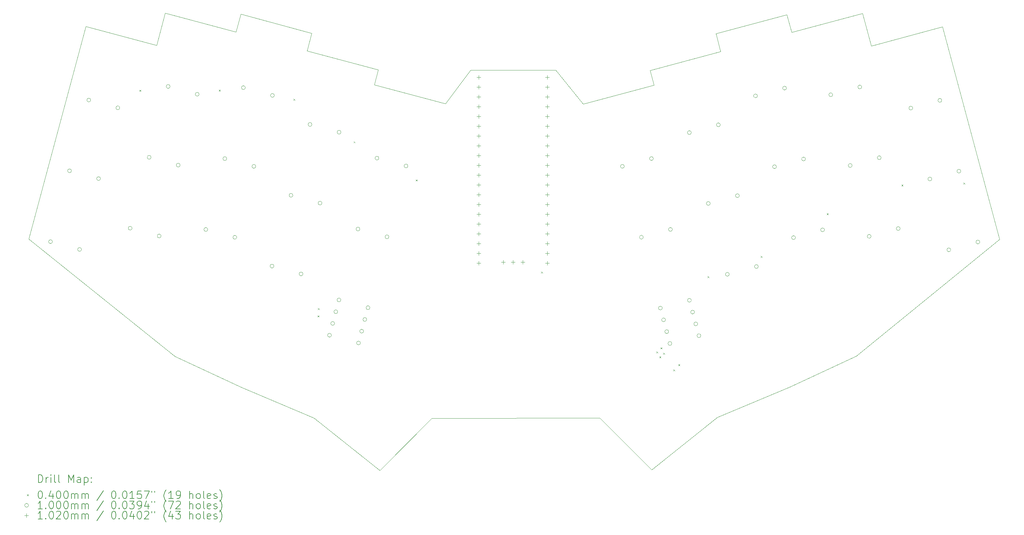
<source format=gbr>
%FSLAX45Y45*%
G04 Gerber Fmt 4.5, Leading zero omitted, Abs format (unit mm)*
G04 Created by KiCad (PCBNEW (6.0.4)) date 2023-02-24 10:49:21*
%MOMM*%
%LPD*%
G01*
G04 APERTURE LIST*
%TA.AperFunction,Profile*%
%ADD10C,0.100000*%
%TD*%
%ADD11C,0.200000*%
%ADD12C,0.040000*%
%ADD13C,0.100000*%
%ADD14C,0.102000*%
G04 APERTURE END LIST*
D10*
X5887500Y-3002500D02*
X7725000Y-3495000D01*
X17160000Y-13522500D02*
X12800000Y-13532500D01*
X9745000Y-13517500D02*
X7865000Y-12727500D01*
X7725000Y-3495000D02*
X7850000Y-3035000D01*
X20175000Y-3542500D02*
X20297500Y-4002500D01*
X3825000Y-3352500D02*
X5662500Y-3845000D01*
X20212500Y-13507500D02*
X18507500Y-14867500D01*
X23980000Y-3017500D02*
X22140000Y-3507500D01*
X22015000Y-3047500D02*
X20175000Y-3542500D01*
X13805000Y-4487500D02*
X13155000Y-5360000D01*
X11412500Y-4482500D02*
X11310000Y-4865000D01*
X11310000Y-4865000D02*
X13155000Y-5360000D01*
X24205000Y-3857500D02*
X23980000Y-3017500D01*
X2345000Y-8875000D02*
X3825000Y-3352500D01*
X18567500Y-4877500D02*
X16732500Y-5370000D01*
X12800000Y-13532500D02*
X11452500Y-14880000D01*
X26052500Y-3365000D02*
X27530000Y-8885000D01*
X23820000Y-11912500D02*
X22092500Y-12717500D01*
X7865000Y-12727500D02*
X6140000Y-11922500D01*
X5662500Y-3845000D02*
X5887500Y-3002500D01*
X18465000Y-4492500D02*
X18567500Y-4877500D01*
X9567500Y-3990000D02*
X11412500Y-4482500D01*
X11452500Y-14880000D02*
X9745000Y-13517500D01*
X27530000Y-8885000D02*
X23820000Y-11912500D01*
X7850000Y-3035000D02*
X9690000Y-3527500D01*
X22092500Y-12717500D02*
X20212500Y-13507500D01*
X9690000Y-3527500D02*
X9567500Y-3990000D01*
X6140000Y-11922500D02*
X2345000Y-8875000D01*
X18507500Y-14867500D02*
X17160000Y-13522500D01*
X20297500Y-4002500D02*
X18465000Y-4492500D01*
X26052500Y-3365000D02*
X24205000Y-3857500D01*
X22140000Y-3507500D02*
X22015000Y-3047500D01*
X16017500Y-4487500D02*
X13805000Y-4487500D01*
X16732500Y-5370000D02*
X16017500Y-4487500D01*
D11*
D12*
X5218797Y-5000203D02*
X5258797Y-5040203D01*
X5258797Y-5000203D02*
X5218797Y-5040203D01*
X7279433Y-4997567D02*
X7319433Y-5037567D01*
X7319433Y-4997567D02*
X7279433Y-5037567D01*
X9210147Y-5233147D02*
X9250147Y-5273147D01*
X9250147Y-5233147D02*
X9210147Y-5273147D01*
X9842000Y-10858990D02*
X9882000Y-10898990D01*
X9882000Y-10858990D02*
X9842000Y-10898990D01*
X9845000Y-10669000D02*
X9885000Y-10709000D01*
X9885000Y-10669000D02*
X9845000Y-10709000D01*
X10775596Y-6337596D02*
X10815596Y-6377596D01*
X10815596Y-6337596D02*
X10775596Y-6377596D01*
X12386000Y-7329000D02*
X12426000Y-7369000D01*
X12426000Y-7329000D02*
X12386000Y-7369000D01*
X15641430Y-9719430D02*
X15681430Y-9759430D01*
X15681430Y-9719430D02*
X15641430Y-9759430D01*
X18629489Y-11795489D02*
X18669489Y-11835489D01*
X18669489Y-11795489D02*
X18629489Y-11835489D01*
X18709449Y-11920449D02*
X18749449Y-11960449D01*
X18749449Y-11920449D02*
X18709449Y-11960449D01*
X18734989Y-11689989D02*
X18774989Y-11729989D01*
X18774989Y-11689989D02*
X18734989Y-11729989D01*
X18805000Y-11831000D02*
X18845000Y-11871000D01*
X18845000Y-11831000D02*
X18805000Y-11871000D01*
X19068984Y-12261016D02*
X19108984Y-12301016D01*
X19108984Y-12261016D02*
X19068984Y-12301016D01*
X19200230Y-12123770D02*
X19240230Y-12163770D01*
X19240230Y-12123770D02*
X19200230Y-12163770D01*
X19958000Y-9839000D02*
X19998000Y-9879000D01*
X19998000Y-9839000D02*
X19958000Y-9879000D01*
X21335763Y-9311763D02*
X21375763Y-9351763D01*
X21375763Y-9311763D02*
X21335763Y-9351763D01*
X23052589Y-8204589D02*
X23092589Y-8244589D01*
X23092589Y-8204589D02*
X23052589Y-8244589D01*
X24990000Y-7457000D02*
X25030000Y-7497000D01*
X25030000Y-7457000D02*
X24990000Y-7497000D01*
X26596000Y-7410000D02*
X26636000Y-7450000D01*
X26636000Y-7410000D02*
X26596000Y-7450000D01*
D13*
X2960956Y-8942727D02*
G75*
G03*
X2960956Y-8942727I-50000J0D01*
G01*
X3454007Y-7102639D02*
G75*
G03*
X3454007Y-7102639I-50000J0D01*
G01*
X3714378Y-9144606D02*
G75*
G03*
X3714378Y-9144606I-50000J0D01*
G01*
X3953698Y-5264329D02*
G75*
G03*
X3953698Y-5264329I-50000J0D01*
G01*
X4207429Y-7304517D02*
G75*
G03*
X4207429Y-7304517I-50000J0D01*
G01*
X4707120Y-5466208D02*
G75*
G03*
X4707120Y-5466208I-50000J0D01*
G01*
X5027026Y-8592404D02*
G75*
G03*
X5027026Y-8592404I-50000J0D01*
G01*
X5520077Y-6752315D02*
G75*
G03*
X5520077Y-6752315I-50000J0D01*
G01*
X5780449Y-8794283D02*
G75*
G03*
X5780449Y-8794283I-50000J0D01*
G01*
X6013127Y-4912226D02*
G75*
G03*
X6013127Y-4912226I-50000J0D01*
G01*
X6273499Y-6954194D02*
G75*
G03*
X6273499Y-6954194I-50000J0D01*
G01*
X6766549Y-5114105D02*
G75*
G03*
X6766549Y-5114105I-50000J0D01*
G01*
X6990378Y-8625432D02*
G75*
G03*
X6990378Y-8625432I-50000J0D01*
G01*
X7483428Y-6785343D02*
G75*
G03*
X7483428Y-6785343I-50000J0D01*
G01*
X7743800Y-8827311D02*
G75*
G03*
X7743800Y-8827311I-50000J0D01*
G01*
X7965008Y-4942181D02*
G75*
G03*
X7965008Y-4942181I-50000J0D01*
G01*
X8236850Y-6987222D02*
G75*
G03*
X8236850Y-6987222I-50000J0D01*
G01*
X8707204Y-9578504D02*
G75*
G03*
X8707204Y-9578504I-50000J0D01*
G01*
X8718430Y-5144060D02*
G75*
G03*
X8718430Y-5144060I-50000J0D01*
G01*
X9200254Y-7738416D02*
G75*
G03*
X9200254Y-7738416I-50000J0D01*
G01*
X9460626Y-9780383D02*
G75*
G03*
X9460626Y-9780383I-50000J0D01*
G01*
X9693304Y-5898327D02*
G75*
G03*
X9693304Y-5898327I-50000J0D01*
G01*
X9953676Y-7940294D02*
G75*
G03*
X9953676Y-7940294I-50000J0D01*
G01*
X10198870Y-11371884D02*
G75*
G03*
X10198870Y-11371884I-50000J0D01*
G01*
X10281045Y-11065203D02*
G75*
G03*
X10281045Y-11065203I-50000J0D01*
G01*
X10362399Y-10761588D02*
G75*
G03*
X10362399Y-10761588I-50000J0D01*
G01*
X10444574Y-10454906D02*
G75*
G03*
X10444574Y-10454906I-50000J0D01*
G01*
X10446727Y-6100206D02*
G75*
G03*
X10446727Y-6100206I-50000J0D01*
G01*
X10937624Y-8614818D02*
G75*
G03*
X10937624Y-8614818I-50000J0D01*
G01*
X10952293Y-11573763D02*
G75*
G03*
X10952293Y-11573763I-50000J0D01*
G01*
X11034468Y-11267081D02*
G75*
G03*
X11034468Y-11267081I-50000J0D01*
G01*
X11115821Y-10963467D02*
G75*
G03*
X11115821Y-10963467I-50000J0D01*
G01*
X11197996Y-10656785D02*
G75*
G03*
X11197996Y-10656785I-50000J0D01*
G01*
X11430674Y-6774729D02*
G75*
G03*
X11430674Y-6774729I-50000J0D01*
G01*
X11691046Y-8816697D02*
G75*
G03*
X11691046Y-8816697I-50000J0D01*
G01*
X12184096Y-6976608D02*
G75*
G03*
X12184096Y-6976608I-50000J0D01*
G01*
X17798439Y-6986152D02*
G75*
G03*
X17798439Y-6986152I-50000J0D01*
G01*
X18291489Y-8826240D02*
G75*
G03*
X18291489Y-8826240I-50000J0D01*
G01*
X18551861Y-6784273D02*
G75*
G03*
X18551861Y-6784273I-50000J0D01*
G01*
X18784539Y-10666329D02*
G75*
G03*
X18784539Y-10666329I-50000J0D01*
G01*
X18866714Y-10973011D02*
G75*
G03*
X18866714Y-10973011I-50000J0D01*
G01*
X18948889Y-11279692D02*
G75*
G03*
X18948889Y-11279692I-50000J0D01*
G01*
X19031064Y-11586373D02*
G75*
G03*
X19031064Y-11586373I-50000J0D01*
G01*
X19044911Y-8624362D02*
G75*
G03*
X19044911Y-8624362I-50000J0D01*
G01*
X19535809Y-6109750D02*
G75*
G03*
X19535809Y-6109750I-50000J0D01*
G01*
X19537961Y-10464450D02*
G75*
G03*
X19537961Y-10464450I-50000J0D01*
G01*
X19620136Y-10771132D02*
G75*
G03*
X19620136Y-10771132I-50000J0D01*
G01*
X19702311Y-11077813D02*
G75*
G03*
X19702311Y-11077813I-50000J0D01*
G01*
X19784487Y-11384495D02*
G75*
G03*
X19784487Y-11384495I-50000J0D01*
G01*
X20028859Y-7949838D02*
G75*
G03*
X20028859Y-7949838I-50000J0D01*
G01*
X20289231Y-5907871D02*
G75*
G03*
X20289231Y-5907871I-50000J0D01*
G01*
X20521909Y-9789927D02*
G75*
G03*
X20521909Y-9789927I-50000J0D01*
G01*
X20782281Y-7747960D02*
G75*
G03*
X20782281Y-7747960I-50000J0D01*
G01*
X21252635Y-5156677D02*
G75*
G03*
X21252635Y-5156677I-50000J0D01*
G01*
X21275331Y-9588048D02*
G75*
G03*
X21275331Y-9588048I-50000J0D01*
G01*
X21745685Y-6996766D02*
G75*
G03*
X21745685Y-6996766I-50000J0D01*
G01*
X22006057Y-4954798D02*
G75*
G03*
X22006057Y-4954798I-50000J0D01*
G01*
X22238735Y-8836855D02*
G75*
G03*
X22238735Y-8836855I-50000J0D01*
G01*
X22499107Y-6794887D02*
G75*
G03*
X22499107Y-6794887I-50000J0D01*
G01*
X22992157Y-8634976D02*
G75*
G03*
X22992157Y-8634976I-50000J0D01*
G01*
X23204515Y-5126723D02*
G75*
G03*
X23204515Y-5126723I-50000J0D01*
G01*
X23709036Y-6963738D02*
G75*
G03*
X23709036Y-6963738I-50000J0D01*
G01*
X23957938Y-4924844D02*
G75*
G03*
X23957938Y-4924844I-50000J0D01*
G01*
X24202086Y-8803827D02*
G75*
G03*
X24202086Y-8803827I-50000J0D01*
G01*
X24462458Y-6761859D02*
G75*
G03*
X24462458Y-6761859I-50000J0D01*
G01*
X24955509Y-8601948D02*
G75*
G03*
X24955509Y-8601948I-50000J0D01*
G01*
X25282056Y-5473973D02*
G75*
G03*
X25282056Y-5473973I-50000J0D01*
G01*
X25775106Y-7314061D02*
G75*
G03*
X25775106Y-7314061I-50000J0D01*
G01*
X26035478Y-5272094D02*
G75*
G03*
X26035478Y-5272094I-50000J0D01*
G01*
X26268156Y-9154150D02*
G75*
G03*
X26268156Y-9154150I-50000J0D01*
G01*
X26528528Y-7112183D02*
G75*
G03*
X26528528Y-7112183I-50000J0D01*
G01*
X27021579Y-8952271D02*
G75*
G03*
X27021579Y-8952271I-50000J0D01*
G01*
D14*
X14020800Y-4622600D02*
X14020800Y-4724600D01*
X13969800Y-4673600D02*
X14071800Y-4673600D01*
X14020800Y-4876600D02*
X14020800Y-4978600D01*
X13969800Y-4927600D02*
X14071800Y-4927600D01*
X14020800Y-5130600D02*
X14020800Y-5232600D01*
X13969800Y-5181600D02*
X14071800Y-5181600D01*
X14020800Y-5384600D02*
X14020800Y-5486600D01*
X13969800Y-5435600D02*
X14071800Y-5435600D01*
X14020800Y-5638600D02*
X14020800Y-5740600D01*
X13969800Y-5689600D02*
X14071800Y-5689600D01*
X14020800Y-5892600D02*
X14020800Y-5994600D01*
X13969800Y-5943600D02*
X14071800Y-5943600D01*
X14020800Y-6146600D02*
X14020800Y-6248600D01*
X13969800Y-6197600D02*
X14071800Y-6197600D01*
X14020800Y-6400600D02*
X14020800Y-6502600D01*
X13969800Y-6451600D02*
X14071800Y-6451600D01*
X14020800Y-6654600D02*
X14020800Y-6756600D01*
X13969800Y-6705600D02*
X14071800Y-6705600D01*
X14020800Y-6908600D02*
X14020800Y-7010600D01*
X13969800Y-6959600D02*
X14071800Y-6959600D01*
X14020800Y-7162600D02*
X14020800Y-7264600D01*
X13969800Y-7213600D02*
X14071800Y-7213600D01*
X14020800Y-7416600D02*
X14020800Y-7518600D01*
X13969800Y-7467600D02*
X14071800Y-7467600D01*
X14020800Y-7670600D02*
X14020800Y-7772600D01*
X13969800Y-7721600D02*
X14071800Y-7721600D01*
X14020800Y-7924600D02*
X14020800Y-8026600D01*
X13969800Y-7975600D02*
X14071800Y-7975600D01*
X14020800Y-8178600D02*
X14020800Y-8280600D01*
X13969800Y-8229600D02*
X14071800Y-8229600D01*
X14020800Y-8432600D02*
X14020800Y-8534600D01*
X13969800Y-8483600D02*
X14071800Y-8483600D01*
X14020800Y-8686600D02*
X14020800Y-8788600D01*
X13969800Y-8737600D02*
X14071800Y-8737600D01*
X14020800Y-8940600D02*
X14020800Y-9042600D01*
X13969800Y-8991600D02*
X14071800Y-8991600D01*
X14020800Y-9194600D02*
X14020800Y-9296600D01*
X13969800Y-9245600D02*
X14071800Y-9245600D01*
X14020800Y-9448600D02*
X14020800Y-9550600D01*
X13969800Y-9499600D02*
X14071800Y-9499600D01*
X14655800Y-9425600D02*
X14655800Y-9527600D01*
X14604800Y-9476600D02*
X14706800Y-9476600D01*
X14909800Y-9425600D02*
X14909800Y-9527600D01*
X14858800Y-9476600D02*
X14960800Y-9476600D01*
X15163800Y-9425600D02*
X15163800Y-9527600D01*
X15112800Y-9476600D02*
X15214800Y-9476600D01*
X15798800Y-4622600D02*
X15798800Y-4724600D01*
X15747800Y-4673600D02*
X15849800Y-4673600D01*
X15798800Y-4876600D02*
X15798800Y-4978600D01*
X15747800Y-4927600D02*
X15849800Y-4927600D01*
X15798800Y-5130600D02*
X15798800Y-5232600D01*
X15747800Y-5181600D02*
X15849800Y-5181600D01*
X15798800Y-5384600D02*
X15798800Y-5486600D01*
X15747800Y-5435600D02*
X15849800Y-5435600D01*
X15798800Y-5638600D02*
X15798800Y-5740600D01*
X15747800Y-5689600D02*
X15849800Y-5689600D01*
X15798800Y-5892600D02*
X15798800Y-5994600D01*
X15747800Y-5943600D02*
X15849800Y-5943600D01*
X15798800Y-6146600D02*
X15798800Y-6248600D01*
X15747800Y-6197600D02*
X15849800Y-6197600D01*
X15798800Y-6400600D02*
X15798800Y-6502600D01*
X15747800Y-6451600D02*
X15849800Y-6451600D01*
X15798800Y-6654600D02*
X15798800Y-6756600D01*
X15747800Y-6705600D02*
X15849800Y-6705600D01*
X15798800Y-6908600D02*
X15798800Y-7010600D01*
X15747800Y-6959600D02*
X15849800Y-6959600D01*
X15798800Y-7162600D02*
X15798800Y-7264600D01*
X15747800Y-7213600D02*
X15849800Y-7213600D01*
X15798800Y-7416600D02*
X15798800Y-7518600D01*
X15747800Y-7467600D02*
X15849800Y-7467600D01*
X15798800Y-7670600D02*
X15798800Y-7772600D01*
X15747800Y-7721600D02*
X15849800Y-7721600D01*
X15798800Y-7924600D02*
X15798800Y-8026600D01*
X15747800Y-7975600D02*
X15849800Y-7975600D01*
X15798800Y-8178600D02*
X15798800Y-8280600D01*
X15747800Y-8229600D02*
X15849800Y-8229600D01*
X15798800Y-8432600D02*
X15798800Y-8534600D01*
X15747800Y-8483600D02*
X15849800Y-8483600D01*
X15798800Y-8686600D02*
X15798800Y-8788600D01*
X15747800Y-8737600D02*
X15849800Y-8737600D01*
X15798800Y-8940600D02*
X15798800Y-9042600D01*
X15747800Y-8991600D02*
X15849800Y-8991600D01*
X15798800Y-9194600D02*
X15798800Y-9296600D01*
X15747800Y-9245600D02*
X15849800Y-9245600D01*
X15798800Y-9448600D02*
X15798800Y-9550600D01*
X15747800Y-9499600D02*
X15849800Y-9499600D01*
D11*
X2597619Y-15195476D02*
X2597619Y-14995476D01*
X2645238Y-14995476D01*
X2673810Y-15005000D01*
X2692857Y-15024048D01*
X2702381Y-15043095D01*
X2711905Y-15081190D01*
X2711905Y-15109762D01*
X2702381Y-15147857D01*
X2692857Y-15166905D01*
X2673810Y-15185952D01*
X2645238Y-15195476D01*
X2597619Y-15195476D01*
X2797619Y-15195476D02*
X2797619Y-15062143D01*
X2797619Y-15100238D02*
X2807143Y-15081190D01*
X2816667Y-15071667D01*
X2835714Y-15062143D01*
X2854762Y-15062143D01*
X2921428Y-15195476D02*
X2921428Y-15062143D01*
X2921428Y-14995476D02*
X2911905Y-15005000D01*
X2921428Y-15014524D01*
X2930952Y-15005000D01*
X2921428Y-14995476D01*
X2921428Y-15014524D01*
X3045238Y-15195476D02*
X3026190Y-15185952D01*
X3016667Y-15166905D01*
X3016667Y-14995476D01*
X3150000Y-15195476D02*
X3130952Y-15185952D01*
X3121428Y-15166905D01*
X3121428Y-14995476D01*
X3378571Y-15195476D02*
X3378571Y-14995476D01*
X3445238Y-15138333D01*
X3511905Y-14995476D01*
X3511905Y-15195476D01*
X3692857Y-15195476D02*
X3692857Y-15090714D01*
X3683333Y-15071667D01*
X3664286Y-15062143D01*
X3626190Y-15062143D01*
X3607143Y-15071667D01*
X3692857Y-15185952D02*
X3673809Y-15195476D01*
X3626190Y-15195476D01*
X3607143Y-15185952D01*
X3597619Y-15166905D01*
X3597619Y-15147857D01*
X3607143Y-15128809D01*
X3626190Y-15119286D01*
X3673809Y-15119286D01*
X3692857Y-15109762D01*
X3788095Y-15062143D02*
X3788095Y-15262143D01*
X3788095Y-15071667D02*
X3807143Y-15062143D01*
X3845238Y-15062143D01*
X3864286Y-15071667D01*
X3873809Y-15081190D01*
X3883333Y-15100238D01*
X3883333Y-15157381D01*
X3873809Y-15176428D01*
X3864286Y-15185952D01*
X3845238Y-15195476D01*
X3807143Y-15195476D01*
X3788095Y-15185952D01*
X3969048Y-15176428D02*
X3978571Y-15185952D01*
X3969048Y-15195476D01*
X3959524Y-15185952D01*
X3969048Y-15176428D01*
X3969048Y-15195476D01*
X3969048Y-15071667D02*
X3978571Y-15081190D01*
X3969048Y-15090714D01*
X3959524Y-15081190D01*
X3969048Y-15071667D01*
X3969048Y-15090714D01*
D12*
X2300000Y-15505000D02*
X2340000Y-15545000D01*
X2340000Y-15505000D02*
X2300000Y-15545000D01*
D11*
X2635714Y-15415476D02*
X2654762Y-15415476D01*
X2673810Y-15425000D01*
X2683333Y-15434524D01*
X2692857Y-15453571D01*
X2702381Y-15491667D01*
X2702381Y-15539286D01*
X2692857Y-15577381D01*
X2683333Y-15596428D01*
X2673810Y-15605952D01*
X2654762Y-15615476D01*
X2635714Y-15615476D01*
X2616667Y-15605952D01*
X2607143Y-15596428D01*
X2597619Y-15577381D01*
X2588095Y-15539286D01*
X2588095Y-15491667D01*
X2597619Y-15453571D01*
X2607143Y-15434524D01*
X2616667Y-15425000D01*
X2635714Y-15415476D01*
X2788095Y-15596428D02*
X2797619Y-15605952D01*
X2788095Y-15615476D01*
X2778571Y-15605952D01*
X2788095Y-15596428D01*
X2788095Y-15615476D01*
X2969048Y-15482143D02*
X2969048Y-15615476D01*
X2921428Y-15405952D02*
X2873809Y-15548809D01*
X2997619Y-15548809D01*
X3111905Y-15415476D02*
X3130952Y-15415476D01*
X3150000Y-15425000D01*
X3159524Y-15434524D01*
X3169048Y-15453571D01*
X3178571Y-15491667D01*
X3178571Y-15539286D01*
X3169048Y-15577381D01*
X3159524Y-15596428D01*
X3150000Y-15605952D01*
X3130952Y-15615476D01*
X3111905Y-15615476D01*
X3092857Y-15605952D01*
X3083333Y-15596428D01*
X3073809Y-15577381D01*
X3064286Y-15539286D01*
X3064286Y-15491667D01*
X3073809Y-15453571D01*
X3083333Y-15434524D01*
X3092857Y-15425000D01*
X3111905Y-15415476D01*
X3302381Y-15415476D02*
X3321428Y-15415476D01*
X3340476Y-15425000D01*
X3350000Y-15434524D01*
X3359524Y-15453571D01*
X3369048Y-15491667D01*
X3369048Y-15539286D01*
X3359524Y-15577381D01*
X3350000Y-15596428D01*
X3340476Y-15605952D01*
X3321428Y-15615476D01*
X3302381Y-15615476D01*
X3283333Y-15605952D01*
X3273809Y-15596428D01*
X3264286Y-15577381D01*
X3254762Y-15539286D01*
X3254762Y-15491667D01*
X3264286Y-15453571D01*
X3273809Y-15434524D01*
X3283333Y-15425000D01*
X3302381Y-15415476D01*
X3454762Y-15615476D02*
X3454762Y-15482143D01*
X3454762Y-15501190D02*
X3464286Y-15491667D01*
X3483333Y-15482143D01*
X3511905Y-15482143D01*
X3530952Y-15491667D01*
X3540476Y-15510714D01*
X3540476Y-15615476D01*
X3540476Y-15510714D02*
X3550000Y-15491667D01*
X3569048Y-15482143D01*
X3597619Y-15482143D01*
X3616667Y-15491667D01*
X3626190Y-15510714D01*
X3626190Y-15615476D01*
X3721428Y-15615476D02*
X3721428Y-15482143D01*
X3721428Y-15501190D02*
X3730952Y-15491667D01*
X3750000Y-15482143D01*
X3778571Y-15482143D01*
X3797619Y-15491667D01*
X3807143Y-15510714D01*
X3807143Y-15615476D01*
X3807143Y-15510714D02*
X3816667Y-15491667D01*
X3835714Y-15482143D01*
X3864286Y-15482143D01*
X3883333Y-15491667D01*
X3892857Y-15510714D01*
X3892857Y-15615476D01*
X4283333Y-15405952D02*
X4111905Y-15663095D01*
X4540476Y-15415476D02*
X4559524Y-15415476D01*
X4578571Y-15425000D01*
X4588095Y-15434524D01*
X4597619Y-15453571D01*
X4607143Y-15491667D01*
X4607143Y-15539286D01*
X4597619Y-15577381D01*
X4588095Y-15596428D01*
X4578571Y-15605952D01*
X4559524Y-15615476D01*
X4540476Y-15615476D01*
X4521429Y-15605952D01*
X4511905Y-15596428D01*
X4502381Y-15577381D01*
X4492857Y-15539286D01*
X4492857Y-15491667D01*
X4502381Y-15453571D01*
X4511905Y-15434524D01*
X4521429Y-15425000D01*
X4540476Y-15415476D01*
X4692857Y-15596428D02*
X4702381Y-15605952D01*
X4692857Y-15615476D01*
X4683333Y-15605952D01*
X4692857Y-15596428D01*
X4692857Y-15615476D01*
X4826190Y-15415476D02*
X4845238Y-15415476D01*
X4864286Y-15425000D01*
X4873810Y-15434524D01*
X4883333Y-15453571D01*
X4892857Y-15491667D01*
X4892857Y-15539286D01*
X4883333Y-15577381D01*
X4873810Y-15596428D01*
X4864286Y-15605952D01*
X4845238Y-15615476D01*
X4826190Y-15615476D01*
X4807143Y-15605952D01*
X4797619Y-15596428D01*
X4788095Y-15577381D01*
X4778571Y-15539286D01*
X4778571Y-15491667D01*
X4788095Y-15453571D01*
X4797619Y-15434524D01*
X4807143Y-15425000D01*
X4826190Y-15415476D01*
X5083333Y-15615476D02*
X4969048Y-15615476D01*
X5026190Y-15615476D02*
X5026190Y-15415476D01*
X5007143Y-15444048D01*
X4988095Y-15463095D01*
X4969048Y-15472619D01*
X5264286Y-15415476D02*
X5169048Y-15415476D01*
X5159524Y-15510714D01*
X5169048Y-15501190D01*
X5188095Y-15491667D01*
X5235714Y-15491667D01*
X5254762Y-15501190D01*
X5264286Y-15510714D01*
X5273810Y-15529762D01*
X5273810Y-15577381D01*
X5264286Y-15596428D01*
X5254762Y-15605952D01*
X5235714Y-15615476D01*
X5188095Y-15615476D01*
X5169048Y-15605952D01*
X5159524Y-15596428D01*
X5340476Y-15415476D02*
X5473810Y-15415476D01*
X5388095Y-15615476D01*
X5540476Y-15415476D02*
X5540476Y-15453571D01*
X5616667Y-15415476D02*
X5616667Y-15453571D01*
X5911905Y-15691667D02*
X5902381Y-15682143D01*
X5883333Y-15653571D01*
X5873809Y-15634524D01*
X5864286Y-15605952D01*
X5854762Y-15558333D01*
X5854762Y-15520238D01*
X5864286Y-15472619D01*
X5873809Y-15444048D01*
X5883333Y-15425000D01*
X5902381Y-15396428D01*
X5911905Y-15386905D01*
X6092857Y-15615476D02*
X5978571Y-15615476D01*
X6035714Y-15615476D02*
X6035714Y-15415476D01*
X6016667Y-15444048D01*
X5997619Y-15463095D01*
X5978571Y-15472619D01*
X6188095Y-15615476D02*
X6226190Y-15615476D01*
X6245238Y-15605952D01*
X6254762Y-15596428D01*
X6273809Y-15567857D01*
X6283333Y-15529762D01*
X6283333Y-15453571D01*
X6273809Y-15434524D01*
X6264286Y-15425000D01*
X6245238Y-15415476D01*
X6207143Y-15415476D01*
X6188095Y-15425000D01*
X6178571Y-15434524D01*
X6169048Y-15453571D01*
X6169048Y-15501190D01*
X6178571Y-15520238D01*
X6188095Y-15529762D01*
X6207143Y-15539286D01*
X6245238Y-15539286D01*
X6264286Y-15529762D01*
X6273809Y-15520238D01*
X6283333Y-15501190D01*
X6521428Y-15615476D02*
X6521428Y-15415476D01*
X6607143Y-15615476D02*
X6607143Y-15510714D01*
X6597619Y-15491667D01*
X6578571Y-15482143D01*
X6550000Y-15482143D01*
X6530952Y-15491667D01*
X6521428Y-15501190D01*
X6730952Y-15615476D02*
X6711905Y-15605952D01*
X6702381Y-15596428D01*
X6692857Y-15577381D01*
X6692857Y-15520238D01*
X6702381Y-15501190D01*
X6711905Y-15491667D01*
X6730952Y-15482143D01*
X6759524Y-15482143D01*
X6778571Y-15491667D01*
X6788095Y-15501190D01*
X6797619Y-15520238D01*
X6797619Y-15577381D01*
X6788095Y-15596428D01*
X6778571Y-15605952D01*
X6759524Y-15615476D01*
X6730952Y-15615476D01*
X6911905Y-15615476D02*
X6892857Y-15605952D01*
X6883333Y-15586905D01*
X6883333Y-15415476D01*
X7064286Y-15605952D02*
X7045238Y-15615476D01*
X7007143Y-15615476D01*
X6988095Y-15605952D01*
X6978571Y-15586905D01*
X6978571Y-15510714D01*
X6988095Y-15491667D01*
X7007143Y-15482143D01*
X7045238Y-15482143D01*
X7064286Y-15491667D01*
X7073809Y-15510714D01*
X7073809Y-15529762D01*
X6978571Y-15548809D01*
X7150000Y-15605952D02*
X7169048Y-15615476D01*
X7207143Y-15615476D01*
X7226190Y-15605952D01*
X7235714Y-15586905D01*
X7235714Y-15577381D01*
X7226190Y-15558333D01*
X7207143Y-15548809D01*
X7178571Y-15548809D01*
X7159524Y-15539286D01*
X7150000Y-15520238D01*
X7150000Y-15510714D01*
X7159524Y-15491667D01*
X7178571Y-15482143D01*
X7207143Y-15482143D01*
X7226190Y-15491667D01*
X7302381Y-15691667D02*
X7311905Y-15682143D01*
X7330952Y-15653571D01*
X7340476Y-15634524D01*
X7350000Y-15605952D01*
X7359524Y-15558333D01*
X7359524Y-15520238D01*
X7350000Y-15472619D01*
X7340476Y-15444048D01*
X7330952Y-15425000D01*
X7311905Y-15396428D01*
X7302381Y-15386905D01*
D13*
X2340000Y-15789000D02*
G75*
G03*
X2340000Y-15789000I-50000J0D01*
G01*
D11*
X2702381Y-15879476D02*
X2588095Y-15879476D01*
X2645238Y-15879476D02*
X2645238Y-15679476D01*
X2626190Y-15708048D01*
X2607143Y-15727095D01*
X2588095Y-15736619D01*
X2788095Y-15860428D02*
X2797619Y-15869952D01*
X2788095Y-15879476D01*
X2778571Y-15869952D01*
X2788095Y-15860428D01*
X2788095Y-15879476D01*
X2921428Y-15679476D02*
X2940476Y-15679476D01*
X2959524Y-15689000D01*
X2969048Y-15698524D01*
X2978571Y-15717571D01*
X2988095Y-15755667D01*
X2988095Y-15803286D01*
X2978571Y-15841381D01*
X2969048Y-15860428D01*
X2959524Y-15869952D01*
X2940476Y-15879476D01*
X2921428Y-15879476D01*
X2902381Y-15869952D01*
X2892857Y-15860428D01*
X2883333Y-15841381D01*
X2873809Y-15803286D01*
X2873809Y-15755667D01*
X2883333Y-15717571D01*
X2892857Y-15698524D01*
X2902381Y-15689000D01*
X2921428Y-15679476D01*
X3111905Y-15679476D02*
X3130952Y-15679476D01*
X3150000Y-15689000D01*
X3159524Y-15698524D01*
X3169048Y-15717571D01*
X3178571Y-15755667D01*
X3178571Y-15803286D01*
X3169048Y-15841381D01*
X3159524Y-15860428D01*
X3150000Y-15869952D01*
X3130952Y-15879476D01*
X3111905Y-15879476D01*
X3092857Y-15869952D01*
X3083333Y-15860428D01*
X3073809Y-15841381D01*
X3064286Y-15803286D01*
X3064286Y-15755667D01*
X3073809Y-15717571D01*
X3083333Y-15698524D01*
X3092857Y-15689000D01*
X3111905Y-15679476D01*
X3302381Y-15679476D02*
X3321428Y-15679476D01*
X3340476Y-15689000D01*
X3350000Y-15698524D01*
X3359524Y-15717571D01*
X3369048Y-15755667D01*
X3369048Y-15803286D01*
X3359524Y-15841381D01*
X3350000Y-15860428D01*
X3340476Y-15869952D01*
X3321428Y-15879476D01*
X3302381Y-15879476D01*
X3283333Y-15869952D01*
X3273809Y-15860428D01*
X3264286Y-15841381D01*
X3254762Y-15803286D01*
X3254762Y-15755667D01*
X3264286Y-15717571D01*
X3273809Y-15698524D01*
X3283333Y-15689000D01*
X3302381Y-15679476D01*
X3454762Y-15879476D02*
X3454762Y-15746143D01*
X3454762Y-15765190D02*
X3464286Y-15755667D01*
X3483333Y-15746143D01*
X3511905Y-15746143D01*
X3530952Y-15755667D01*
X3540476Y-15774714D01*
X3540476Y-15879476D01*
X3540476Y-15774714D02*
X3550000Y-15755667D01*
X3569048Y-15746143D01*
X3597619Y-15746143D01*
X3616667Y-15755667D01*
X3626190Y-15774714D01*
X3626190Y-15879476D01*
X3721428Y-15879476D02*
X3721428Y-15746143D01*
X3721428Y-15765190D02*
X3730952Y-15755667D01*
X3750000Y-15746143D01*
X3778571Y-15746143D01*
X3797619Y-15755667D01*
X3807143Y-15774714D01*
X3807143Y-15879476D01*
X3807143Y-15774714D02*
X3816667Y-15755667D01*
X3835714Y-15746143D01*
X3864286Y-15746143D01*
X3883333Y-15755667D01*
X3892857Y-15774714D01*
X3892857Y-15879476D01*
X4283333Y-15669952D02*
X4111905Y-15927095D01*
X4540476Y-15679476D02*
X4559524Y-15679476D01*
X4578571Y-15689000D01*
X4588095Y-15698524D01*
X4597619Y-15717571D01*
X4607143Y-15755667D01*
X4607143Y-15803286D01*
X4597619Y-15841381D01*
X4588095Y-15860428D01*
X4578571Y-15869952D01*
X4559524Y-15879476D01*
X4540476Y-15879476D01*
X4521429Y-15869952D01*
X4511905Y-15860428D01*
X4502381Y-15841381D01*
X4492857Y-15803286D01*
X4492857Y-15755667D01*
X4502381Y-15717571D01*
X4511905Y-15698524D01*
X4521429Y-15689000D01*
X4540476Y-15679476D01*
X4692857Y-15860428D02*
X4702381Y-15869952D01*
X4692857Y-15879476D01*
X4683333Y-15869952D01*
X4692857Y-15860428D01*
X4692857Y-15879476D01*
X4826190Y-15679476D02*
X4845238Y-15679476D01*
X4864286Y-15689000D01*
X4873810Y-15698524D01*
X4883333Y-15717571D01*
X4892857Y-15755667D01*
X4892857Y-15803286D01*
X4883333Y-15841381D01*
X4873810Y-15860428D01*
X4864286Y-15869952D01*
X4845238Y-15879476D01*
X4826190Y-15879476D01*
X4807143Y-15869952D01*
X4797619Y-15860428D01*
X4788095Y-15841381D01*
X4778571Y-15803286D01*
X4778571Y-15755667D01*
X4788095Y-15717571D01*
X4797619Y-15698524D01*
X4807143Y-15689000D01*
X4826190Y-15679476D01*
X4959524Y-15679476D02*
X5083333Y-15679476D01*
X5016667Y-15755667D01*
X5045238Y-15755667D01*
X5064286Y-15765190D01*
X5073810Y-15774714D01*
X5083333Y-15793762D01*
X5083333Y-15841381D01*
X5073810Y-15860428D01*
X5064286Y-15869952D01*
X5045238Y-15879476D01*
X4988095Y-15879476D01*
X4969048Y-15869952D01*
X4959524Y-15860428D01*
X5178571Y-15879476D02*
X5216667Y-15879476D01*
X5235714Y-15869952D01*
X5245238Y-15860428D01*
X5264286Y-15831857D01*
X5273810Y-15793762D01*
X5273810Y-15717571D01*
X5264286Y-15698524D01*
X5254762Y-15689000D01*
X5235714Y-15679476D01*
X5197619Y-15679476D01*
X5178571Y-15689000D01*
X5169048Y-15698524D01*
X5159524Y-15717571D01*
X5159524Y-15765190D01*
X5169048Y-15784238D01*
X5178571Y-15793762D01*
X5197619Y-15803286D01*
X5235714Y-15803286D01*
X5254762Y-15793762D01*
X5264286Y-15784238D01*
X5273810Y-15765190D01*
X5445238Y-15746143D02*
X5445238Y-15879476D01*
X5397619Y-15669952D02*
X5350000Y-15812809D01*
X5473810Y-15812809D01*
X5540476Y-15679476D02*
X5540476Y-15717571D01*
X5616667Y-15679476D02*
X5616667Y-15717571D01*
X5911905Y-15955667D02*
X5902381Y-15946143D01*
X5883333Y-15917571D01*
X5873809Y-15898524D01*
X5864286Y-15869952D01*
X5854762Y-15822333D01*
X5854762Y-15784238D01*
X5864286Y-15736619D01*
X5873809Y-15708048D01*
X5883333Y-15689000D01*
X5902381Y-15660428D01*
X5911905Y-15650905D01*
X5969048Y-15679476D02*
X6102381Y-15679476D01*
X6016667Y-15879476D01*
X6169048Y-15698524D02*
X6178571Y-15689000D01*
X6197619Y-15679476D01*
X6245238Y-15679476D01*
X6264286Y-15689000D01*
X6273809Y-15698524D01*
X6283333Y-15717571D01*
X6283333Y-15736619D01*
X6273809Y-15765190D01*
X6159524Y-15879476D01*
X6283333Y-15879476D01*
X6521428Y-15879476D02*
X6521428Y-15679476D01*
X6607143Y-15879476D02*
X6607143Y-15774714D01*
X6597619Y-15755667D01*
X6578571Y-15746143D01*
X6550000Y-15746143D01*
X6530952Y-15755667D01*
X6521428Y-15765190D01*
X6730952Y-15879476D02*
X6711905Y-15869952D01*
X6702381Y-15860428D01*
X6692857Y-15841381D01*
X6692857Y-15784238D01*
X6702381Y-15765190D01*
X6711905Y-15755667D01*
X6730952Y-15746143D01*
X6759524Y-15746143D01*
X6778571Y-15755667D01*
X6788095Y-15765190D01*
X6797619Y-15784238D01*
X6797619Y-15841381D01*
X6788095Y-15860428D01*
X6778571Y-15869952D01*
X6759524Y-15879476D01*
X6730952Y-15879476D01*
X6911905Y-15879476D02*
X6892857Y-15869952D01*
X6883333Y-15850905D01*
X6883333Y-15679476D01*
X7064286Y-15869952D02*
X7045238Y-15879476D01*
X7007143Y-15879476D01*
X6988095Y-15869952D01*
X6978571Y-15850905D01*
X6978571Y-15774714D01*
X6988095Y-15755667D01*
X7007143Y-15746143D01*
X7045238Y-15746143D01*
X7064286Y-15755667D01*
X7073809Y-15774714D01*
X7073809Y-15793762D01*
X6978571Y-15812809D01*
X7150000Y-15869952D02*
X7169048Y-15879476D01*
X7207143Y-15879476D01*
X7226190Y-15869952D01*
X7235714Y-15850905D01*
X7235714Y-15841381D01*
X7226190Y-15822333D01*
X7207143Y-15812809D01*
X7178571Y-15812809D01*
X7159524Y-15803286D01*
X7150000Y-15784238D01*
X7150000Y-15774714D01*
X7159524Y-15755667D01*
X7178571Y-15746143D01*
X7207143Y-15746143D01*
X7226190Y-15755667D01*
X7302381Y-15955667D02*
X7311905Y-15946143D01*
X7330952Y-15917571D01*
X7340476Y-15898524D01*
X7350000Y-15869952D01*
X7359524Y-15822333D01*
X7359524Y-15784238D01*
X7350000Y-15736619D01*
X7340476Y-15708048D01*
X7330952Y-15689000D01*
X7311905Y-15660428D01*
X7302381Y-15650905D01*
D14*
X2289000Y-16002000D02*
X2289000Y-16104000D01*
X2238000Y-16053000D02*
X2340000Y-16053000D01*
D11*
X2702381Y-16143476D02*
X2588095Y-16143476D01*
X2645238Y-16143476D02*
X2645238Y-15943476D01*
X2626190Y-15972048D01*
X2607143Y-15991095D01*
X2588095Y-16000619D01*
X2788095Y-16124428D02*
X2797619Y-16133952D01*
X2788095Y-16143476D01*
X2778571Y-16133952D01*
X2788095Y-16124428D01*
X2788095Y-16143476D01*
X2921428Y-15943476D02*
X2940476Y-15943476D01*
X2959524Y-15953000D01*
X2969048Y-15962524D01*
X2978571Y-15981571D01*
X2988095Y-16019667D01*
X2988095Y-16067286D01*
X2978571Y-16105381D01*
X2969048Y-16124428D01*
X2959524Y-16133952D01*
X2940476Y-16143476D01*
X2921428Y-16143476D01*
X2902381Y-16133952D01*
X2892857Y-16124428D01*
X2883333Y-16105381D01*
X2873809Y-16067286D01*
X2873809Y-16019667D01*
X2883333Y-15981571D01*
X2892857Y-15962524D01*
X2902381Y-15953000D01*
X2921428Y-15943476D01*
X3064286Y-15962524D02*
X3073809Y-15953000D01*
X3092857Y-15943476D01*
X3140476Y-15943476D01*
X3159524Y-15953000D01*
X3169048Y-15962524D01*
X3178571Y-15981571D01*
X3178571Y-16000619D01*
X3169048Y-16029190D01*
X3054762Y-16143476D01*
X3178571Y-16143476D01*
X3302381Y-15943476D02*
X3321428Y-15943476D01*
X3340476Y-15953000D01*
X3350000Y-15962524D01*
X3359524Y-15981571D01*
X3369048Y-16019667D01*
X3369048Y-16067286D01*
X3359524Y-16105381D01*
X3350000Y-16124428D01*
X3340476Y-16133952D01*
X3321428Y-16143476D01*
X3302381Y-16143476D01*
X3283333Y-16133952D01*
X3273809Y-16124428D01*
X3264286Y-16105381D01*
X3254762Y-16067286D01*
X3254762Y-16019667D01*
X3264286Y-15981571D01*
X3273809Y-15962524D01*
X3283333Y-15953000D01*
X3302381Y-15943476D01*
X3454762Y-16143476D02*
X3454762Y-16010143D01*
X3454762Y-16029190D02*
X3464286Y-16019667D01*
X3483333Y-16010143D01*
X3511905Y-16010143D01*
X3530952Y-16019667D01*
X3540476Y-16038714D01*
X3540476Y-16143476D01*
X3540476Y-16038714D02*
X3550000Y-16019667D01*
X3569048Y-16010143D01*
X3597619Y-16010143D01*
X3616667Y-16019667D01*
X3626190Y-16038714D01*
X3626190Y-16143476D01*
X3721428Y-16143476D02*
X3721428Y-16010143D01*
X3721428Y-16029190D02*
X3730952Y-16019667D01*
X3750000Y-16010143D01*
X3778571Y-16010143D01*
X3797619Y-16019667D01*
X3807143Y-16038714D01*
X3807143Y-16143476D01*
X3807143Y-16038714D02*
X3816667Y-16019667D01*
X3835714Y-16010143D01*
X3864286Y-16010143D01*
X3883333Y-16019667D01*
X3892857Y-16038714D01*
X3892857Y-16143476D01*
X4283333Y-15933952D02*
X4111905Y-16191095D01*
X4540476Y-15943476D02*
X4559524Y-15943476D01*
X4578571Y-15953000D01*
X4588095Y-15962524D01*
X4597619Y-15981571D01*
X4607143Y-16019667D01*
X4607143Y-16067286D01*
X4597619Y-16105381D01*
X4588095Y-16124428D01*
X4578571Y-16133952D01*
X4559524Y-16143476D01*
X4540476Y-16143476D01*
X4521429Y-16133952D01*
X4511905Y-16124428D01*
X4502381Y-16105381D01*
X4492857Y-16067286D01*
X4492857Y-16019667D01*
X4502381Y-15981571D01*
X4511905Y-15962524D01*
X4521429Y-15953000D01*
X4540476Y-15943476D01*
X4692857Y-16124428D02*
X4702381Y-16133952D01*
X4692857Y-16143476D01*
X4683333Y-16133952D01*
X4692857Y-16124428D01*
X4692857Y-16143476D01*
X4826190Y-15943476D02*
X4845238Y-15943476D01*
X4864286Y-15953000D01*
X4873810Y-15962524D01*
X4883333Y-15981571D01*
X4892857Y-16019667D01*
X4892857Y-16067286D01*
X4883333Y-16105381D01*
X4873810Y-16124428D01*
X4864286Y-16133952D01*
X4845238Y-16143476D01*
X4826190Y-16143476D01*
X4807143Y-16133952D01*
X4797619Y-16124428D01*
X4788095Y-16105381D01*
X4778571Y-16067286D01*
X4778571Y-16019667D01*
X4788095Y-15981571D01*
X4797619Y-15962524D01*
X4807143Y-15953000D01*
X4826190Y-15943476D01*
X5064286Y-16010143D02*
X5064286Y-16143476D01*
X5016667Y-15933952D02*
X4969048Y-16076809D01*
X5092857Y-16076809D01*
X5207143Y-15943476D02*
X5226190Y-15943476D01*
X5245238Y-15953000D01*
X5254762Y-15962524D01*
X5264286Y-15981571D01*
X5273810Y-16019667D01*
X5273810Y-16067286D01*
X5264286Y-16105381D01*
X5254762Y-16124428D01*
X5245238Y-16133952D01*
X5226190Y-16143476D01*
X5207143Y-16143476D01*
X5188095Y-16133952D01*
X5178571Y-16124428D01*
X5169048Y-16105381D01*
X5159524Y-16067286D01*
X5159524Y-16019667D01*
X5169048Y-15981571D01*
X5178571Y-15962524D01*
X5188095Y-15953000D01*
X5207143Y-15943476D01*
X5350000Y-15962524D02*
X5359524Y-15953000D01*
X5378571Y-15943476D01*
X5426190Y-15943476D01*
X5445238Y-15953000D01*
X5454762Y-15962524D01*
X5464286Y-15981571D01*
X5464286Y-16000619D01*
X5454762Y-16029190D01*
X5340476Y-16143476D01*
X5464286Y-16143476D01*
X5540476Y-15943476D02*
X5540476Y-15981571D01*
X5616667Y-15943476D02*
X5616667Y-15981571D01*
X5911905Y-16219667D02*
X5902381Y-16210143D01*
X5883333Y-16181571D01*
X5873809Y-16162524D01*
X5864286Y-16133952D01*
X5854762Y-16086333D01*
X5854762Y-16048238D01*
X5864286Y-16000619D01*
X5873809Y-15972048D01*
X5883333Y-15953000D01*
X5902381Y-15924428D01*
X5911905Y-15914905D01*
X6073809Y-16010143D02*
X6073809Y-16143476D01*
X6026190Y-15933952D02*
X5978571Y-16076809D01*
X6102381Y-16076809D01*
X6159524Y-15943476D02*
X6283333Y-15943476D01*
X6216667Y-16019667D01*
X6245238Y-16019667D01*
X6264286Y-16029190D01*
X6273809Y-16038714D01*
X6283333Y-16057762D01*
X6283333Y-16105381D01*
X6273809Y-16124428D01*
X6264286Y-16133952D01*
X6245238Y-16143476D01*
X6188095Y-16143476D01*
X6169048Y-16133952D01*
X6159524Y-16124428D01*
X6521428Y-16143476D02*
X6521428Y-15943476D01*
X6607143Y-16143476D02*
X6607143Y-16038714D01*
X6597619Y-16019667D01*
X6578571Y-16010143D01*
X6550000Y-16010143D01*
X6530952Y-16019667D01*
X6521428Y-16029190D01*
X6730952Y-16143476D02*
X6711905Y-16133952D01*
X6702381Y-16124428D01*
X6692857Y-16105381D01*
X6692857Y-16048238D01*
X6702381Y-16029190D01*
X6711905Y-16019667D01*
X6730952Y-16010143D01*
X6759524Y-16010143D01*
X6778571Y-16019667D01*
X6788095Y-16029190D01*
X6797619Y-16048238D01*
X6797619Y-16105381D01*
X6788095Y-16124428D01*
X6778571Y-16133952D01*
X6759524Y-16143476D01*
X6730952Y-16143476D01*
X6911905Y-16143476D02*
X6892857Y-16133952D01*
X6883333Y-16114905D01*
X6883333Y-15943476D01*
X7064286Y-16133952D02*
X7045238Y-16143476D01*
X7007143Y-16143476D01*
X6988095Y-16133952D01*
X6978571Y-16114905D01*
X6978571Y-16038714D01*
X6988095Y-16019667D01*
X7007143Y-16010143D01*
X7045238Y-16010143D01*
X7064286Y-16019667D01*
X7073809Y-16038714D01*
X7073809Y-16057762D01*
X6978571Y-16076809D01*
X7150000Y-16133952D02*
X7169048Y-16143476D01*
X7207143Y-16143476D01*
X7226190Y-16133952D01*
X7235714Y-16114905D01*
X7235714Y-16105381D01*
X7226190Y-16086333D01*
X7207143Y-16076809D01*
X7178571Y-16076809D01*
X7159524Y-16067286D01*
X7150000Y-16048238D01*
X7150000Y-16038714D01*
X7159524Y-16019667D01*
X7178571Y-16010143D01*
X7207143Y-16010143D01*
X7226190Y-16019667D01*
X7302381Y-16219667D02*
X7311905Y-16210143D01*
X7330952Y-16181571D01*
X7340476Y-16162524D01*
X7350000Y-16133952D01*
X7359524Y-16086333D01*
X7359524Y-16048238D01*
X7350000Y-16000619D01*
X7340476Y-15972048D01*
X7330952Y-15953000D01*
X7311905Y-15924428D01*
X7302381Y-15914905D01*
M02*

</source>
